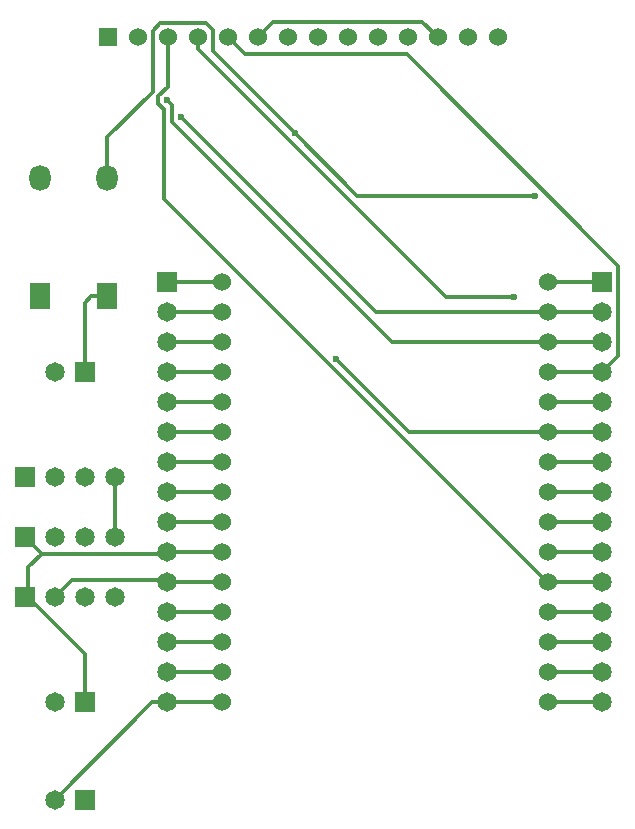
<source format=gbl>
G04 Layer: BottomLayer*
G04 EasyEDA v6.5.47, 2024-09-27 13:25:38*
G04 cb8a5c33274e4434a5d5d060cedbf222,e87ba6ffdfb0417d91de07616a749205,10*
G04 Gerber Generator version 0.2*
G04 Scale: 100 percent, Rotated: No, Reflected: No *
G04 Dimensions in millimeters *
G04 leading zeros omitted , absolute positions ,4 integer and 5 decimal *
%FSLAX45Y45*%
%MOMM*%

%AMMACRO1*21,1,$1,$2,0,0,$3*%
%ADD10C,0.3000*%
%ADD11MACRO1,1.524X1.524X0.0000*%
%ADD12C,1.5240*%
%ADD13R,1.8000X2.2000*%
%ADD14O,1.7999964X2.1999956000000003*%
%ADD15R,1.6510X1.6510*%
%ADD16C,1.6510*%
%ADD17C,0.6000*%

%LPD*%
D10*
X2727502Y-1024661D02*
G01*
X2033752Y-330911D01*
X2033752Y-151079D01*
X1973834Y-91160D01*
X1591513Y-91160D01*
X1525752Y-156921D01*
X1525752Y-677900D01*
X1143000Y-1060653D01*
X1143000Y-1405001D01*
X4759502Y-1553590D02*
G01*
X3256432Y-1553590D01*
X2727502Y-1024661D01*
X5334000Y-2540000D02*
G01*
X4872507Y-2540000D01*
X4872507Y-2540000D02*
G01*
X3417392Y-2540000D01*
X1766366Y-888974D01*
X1650161Y-744905D02*
G01*
X1691081Y-785825D01*
X1691081Y-931773D01*
X3553307Y-2794000D01*
X4872507Y-2794000D01*
X4872507Y-2794000D02*
G01*
X5334000Y-2794000D01*
X4584827Y-2412771D02*
G01*
X4006773Y-2412771D01*
X1906752Y-312750D01*
X1906752Y-212547D01*
X5334000Y-3302000D02*
G01*
X4872507Y-3302000D01*
X4872507Y-3556000D02*
G01*
X3699306Y-3556000D01*
X3082543Y-2939237D01*
X5334000Y-3556000D02*
G01*
X4872507Y-3556000D01*
X1651000Y-2285974D02*
G01*
X2112467Y-2285974D01*
X2112492Y-2286000D01*
X1651000Y-2539974D02*
G01*
X2112467Y-2539974D01*
X2112492Y-2540000D01*
X1651000Y-2793974D02*
G01*
X2112467Y-2793974D01*
X2112492Y-2794000D01*
X1651000Y-3047974D02*
G01*
X2112467Y-3047974D01*
X2112492Y-3048000D01*
X1651000Y-3301974D02*
G01*
X2112467Y-3301974D01*
X2112492Y-3302000D01*
X1651000Y-3555974D02*
G01*
X2112467Y-3555974D01*
X2112492Y-3556000D01*
X1651000Y-3809974D02*
G01*
X2112467Y-3809974D01*
X2112492Y-3810000D01*
X1651000Y-4063974D02*
G01*
X2112467Y-4063974D01*
X2112492Y-4064000D01*
X1651000Y-4317974D02*
G01*
X2112467Y-4317974D01*
X2112492Y-4318000D01*
X473481Y-4953000D02*
G01*
X473481Y-4697603D01*
X585292Y-4585792D01*
X952500Y-5842000D02*
G01*
X952500Y-5432018D01*
X473481Y-4953000D01*
X473481Y-4953000D02*
G01*
X444500Y-4953000D01*
X585292Y-4585792D02*
G01*
X1637182Y-4585792D01*
X1651000Y-4571974D01*
X444500Y-4445000D02*
G01*
X585292Y-4585792D01*
X1143000Y-2404998D02*
G01*
X1007948Y-2404998D01*
X952500Y-3048000D02*
G01*
X952500Y-2460447D01*
X1007948Y-2404998D01*
X1651000Y-4571974D02*
G01*
X2112467Y-4571974D01*
X2112492Y-4572000D01*
X698500Y-4953000D02*
G01*
X841298Y-4810201D01*
X1635226Y-4810201D01*
X1651000Y-4825974D01*
X1651000Y-4825974D02*
G01*
X2112467Y-4825974D01*
X2112492Y-4826000D01*
X1651000Y-5079974D02*
G01*
X2112467Y-5079974D01*
X2112492Y-5080000D01*
X1651000Y-5333974D02*
G01*
X2112467Y-5333974D01*
X2112492Y-5334000D01*
X1651000Y-5587974D02*
G01*
X2112467Y-5587974D01*
X2112492Y-5588000D01*
X698500Y-6667500D02*
G01*
X1524025Y-5841974D01*
X1651000Y-5841974D01*
X1651000Y-5841974D02*
G01*
X2112467Y-5841974D01*
X2112492Y-5842000D01*
X5334000Y-5842000D02*
G01*
X4872507Y-5842000D01*
X5334000Y-5588000D02*
G01*
X4872507Y-5588000D01*
X5334000Y-5334000D02*
G01*
X4872507Y-5334000D01*
X5334000Y-5080000D02*
G01*
X4872507Y-5080000D01*
X1652752Y-212547D02*
G01*
X1652752Y-636015D01*
X1575003Y-713765D01*
X1575003Y-776046D01*
X1619580Y-820623D01*
X1619605Y-820623D01*
X1619605Y-1582597D01*
X4863007Y-4826000D01*
X4872507Y-4826000D01*
X5334000Y-4826000D02*
G01*
X4872507Y-4826000D01*
X3938752Y-212547D02*
G01*
X3807536Y-81330D01*
X2545968Y-81330D01*
X2414752Y-212547D01*
X5334000Y-4572000D02*
G01*
X4872507Y-4572000D01*
X5334000Y-4318000D02*
G01*
X4872507Y-4318000D01*
X5334000Y-4064000D02*
G01*
X4872507Y-4064000D01*
X5334000Y-3810000D02*
G01*
X4872507Y-3810000D01*
X5334000Y-3048000D02*
G01*
X5465902Y-2916097D01*
X5465902Y-2147595D01*
X3677183Y-358876D01*
X2307081Y-358876D01*
X2160752Y-212547D01*
X5334000Y-3048000D02*
G01*
X4872507Y-3048000D01*
X5334000Y-2286000D02*
G01*
X4872507Y-2286000D01*
X1206500Y-3937000D02*
G01*
X1206500Y-4445000D01*
D11*
G01*
X1144722Y-212554D03*
D12*
G01*
X1398752Y-212547D03*
G01*
X1652752Y-212547D03*
G01*
X1906752Y-212547D03*
G01*
X2160752Y-212547D03*
G01*
X2414752Y-212547D03*
G01*
X2668752Y-212547D03*
G01*
X2922752Y-212547D03*
G01*
X3176752Y-212547D03*
G01*
X3430752Y-212547D03*
G01*
X3684752Y-212547D03*
G01*
X3938752Y-212547D03*
G01*
X4192752Y-212547D03*
G01*
X4446752Y-212547D03*
G01*
X2112492Y-2286000D03*
G01*
X2112492Y-2540000D03*
G01*
X2112492Y-2794000D03*
G01*
X2112492Y-3048000D03*
G01*
X2112492Y-3302000D03*
G01*
X2112492Y-3556000D03*
G01*
X2112492Y-3810000D03*
G01*
X2112492Y-4064000D03*
G01*
X2112492Y-4318000D03*
G01*
X2112492Y-4572000D03*
G01*
X2112492Y-4826000D03*
G01*
X2112492Y-5080000D03*
G01*
X2112492Y-5334000D03*
G01*
X2112492Y-5588000D03*
G01*
X2112492Y-5842000D03*
G01*
X4872507Y-5842000D03*
G01*
X4872507Y-5588000D03*
G01*
X4872507Y-5334000D03*
G01*
X4872507Y-5080000D03*
G01*
X4872507Y-4826000D03*
G01*
X4872507Y-4572000D03*
G01*
X4872507Y-4318000D03*
G01*
X4872507Y-4064000D03*
G01*
X4872507Y-3810000D03*
G01*
X4872507Y-3556000D03*
G01*
X4872507Y-3302000D03*
G01*
X4872507Y-3048000D03*
G01*
X4872507Y-2794000D03*
G01*
X4872507Y-2540000D03*
G01*
X4872507Y-2286000D03*
D13*
G01*
X571500Y-2404998D03*
D14*
G01*
X571500Y-1405001D03*
D13*
G01*
X1143000Y-2404998D03*
D14*
G01*
X1143000Y-1405001D03*
D15*
G01*
X444500Y-4953000D03*
D16*
G01*
X698500Y-4953000D03*
G01*
X952500Y-4953000D03*
G01*
X1206500Y-4953000D03*
D15*
G01*
X444500Y-4445000D03*
D16*
G01*
X698500Y-4445000D03*
G01*
X952500Y-4445000D03*
G01*
X1206500Y-4445000D03*
D15*
G01*
X444500Y-3937000D03*
D16*
G01*
X698500Y-3937000D03*
G01*
X952500Y-3937000D03*
G01*
X1206500Y-3937000D03*
D15*
G01*
X952500Y-3048000D03*
D16*
G01*
X698500Y-3048000D03*
D15*
G01*
X952500Y-5842000D03*
D16*
G01*
X698500Y-5842000D03*
D15*
G01*
X952500Y-6667500D03*
D16*
G01*
X698500Y-6667500D03*
D15*
G01*
X1651000Y-2286000D03*
D16*
G01*
X1651000Y-2539974D03*
G01*
X1651000Y-2793974D03*
G01*
X1651000Y-3047974D03*
G01*
X1651000Y-3301974D03*
G01*
X1651000Y-3555974D03*
G01*
X1651000Y-3809974D03*
G01*
X1651000Y-4063974D03*
G01*
X1651000Y-4317974D03*
G01*
X1651000Y-4571974D03*
G01*
X1651000Y-4825974D03*
G01*
X1651000Y-5079974D03*
G01*
X1651000Y-5333974D03*
G01*
X1651000Y-5587974D03*
G01*
X1651000Y-5841974D03*
D15*
G01*
X5334000Y-2286000D03*
D16*
G01*
X5334000Y-2540000D03*
G01*
X5334000Y-2794000D03*
G01*
X5334000Y-3048000D03*
G01*
X5334000Y-3302000D03*
G01*
X5334000Y-3556000D03*
G01*
X5334000Y-3810000D03*
G01*
X5334000Y-4064000D03*
G01*
X5334000Y-4318000D03*
G01*
X5334000Y-4572000D03*
G01*
X5334000Y-4826000D03*
G01*
X5334000Y-5080000D03*
G01*
X5334000Y-5334000D03*
G01*
X5334000Y-5588000D03*
G01*
X5334000Y-5842000D03*
D17*
G01*
X2727502Y-1024661D03*
G01*
X4759502Y-1553590D03*
G01*
X1766366Y-888974D03*
G01*
X1650161Y-744905D03*
G01*
X4584827Y-2412771D03*
G01*
X3082543Y-2939237D03*
M02*

</source>
